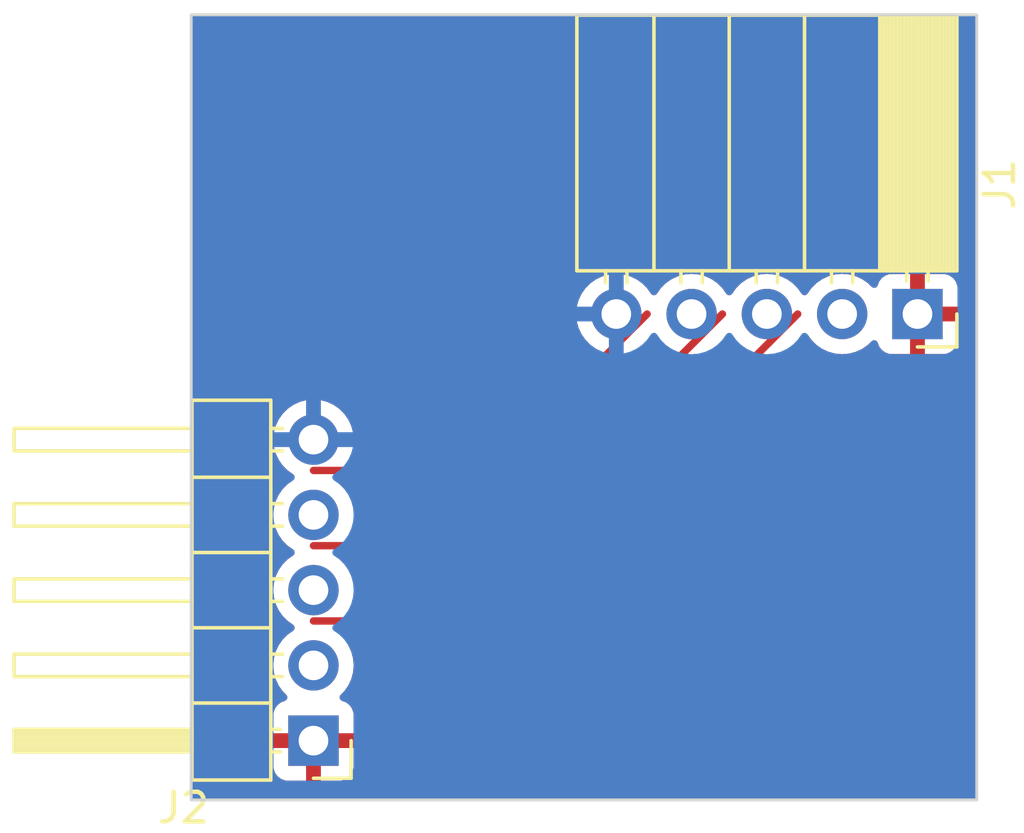
<source format=kicad_pcb>
(kicad_pcb (version 20221018) (generator pcbnew)
  (layers (0 "F.Cu" signal) (31 "B.Cu" signal) (34 "B.Paste" user) (35 "F.Paste" user) (36 "B.SilkS" user "B.Silkscreen") (37 "F.SilkS" user "F.Silkscreen") (38 "B.Mask" user) (39 "F.Mask" user) (44 "Edge.Cuts" user))
  (net 0 "")
  (net 1 "/VCC")
  (net 2 "/GND")
  (net 3 "/CLK")
  (net 4 "/SER")
  (net 5 "/OUT")
  (footprint "Connector_PinSocket_2.54mm:PinSocket_1x05_P2.54mm_Horizontal" (layer "F.Cu") (at 49.5 35.1 -90)
    (fp_text reference "J1" (at -4.38 -2.77 90) (layer "F.SilkS"))
    (fp_text value "Conn_01x05")
    (fp_line (start -10.09 -1.33) (end -10.09 11.49) (stroke (width 0.12)) (layer "F.SilkS"))
    (fp_line (start -10.09 -1.33) (end -1.46 -1.33) (stroke (width 0.12)) (layer "F.SilkS"))
    (fp_line (start -10.09 -1.21) (end -1.46 -1.21) (stroke (width 0.12)) (layer "F.SilkS"))
    (fp_line (start -10.09 -1.091905) (end -1.46 -1.091905) (stroke (width 0.12)) (layer "F.SilkS"))
    (fp_line (start -10.09 -0.97381) (end -1.46 -0.97381) (stroke (width 0.12)) (layer "F.SilkS"))
    (fp_line (start -10.09 -0.855715) (end -1.46 -0.855715) (stroke (width 0.12)) (layer "F.SilkS"))
    (fp_line (start -10.09 -0.73762) (end -1.46 -0.73762) (stroke (width 0.12)) (layer "F.SilkS"))
    (fp_line (start -10.09 -0.619525) (end -1.46 -0.619525) (stroke (width 0.12)) (layer "F.SilkS"))
    (fp_line (start -10.09 -0.50143) (end -1.46 -0.50143) (stroke (width 0.12)) (layer "F.SilkS"))
    (fp_line (start -10.09 -0.383335) (end -1.46 -0.383335) (stroke (width 0.12)) (layer "F.SilkS"))
    (fp_line (start -10.09 -0.26524) (end -1.46 -0.26524) (stroke (width 0.12)) (layer "F.SilkS"))
    (fp_line (start -10.09 -0.147145) (end -1.46 -0.147145) (stroke (width 0.12)) (layer "F.SilkS"))
    (fp_line (start -10.09 -0.02905) (end -1.46 -0.02905) (stroke (width 0.12)) (layer "F.SilkS"))
    (fp_line (start -10.09 0.089045) (end -1.46 0.089045) (stroke (width 0.12)) (layer "F.SilkS"))
    (fp_line (start -10.09 0.20714) (end -1.46 0.20714) (stroke (width 0.12)) (layer "F.SilkS"))
    (fp_line (start -10.09 0.325235) (end -1.46 0.325235) (stroke (width 0.12)) (layer "F.SilkS"))
    (fp_line (start -10.09 0.44333) (end -1.46 0.44333) (stroke (width 0.12)) (layer "F.SilkS"))
    (fp_line (start -10.09 0.561425) (end -1.46 0.561425) (stroke (width 0.12)) (layer "F.SilkS"))
    (fp_line (start -10.09 0.67952) (end -1.46 0.67952) (stroke (width 0.12)) (layer "F.SilkS"))
    (fp_line (start -10.09 0.797615) (end -1.46 0.797615) (stroke (width 0.12)) (layer "F.SilkS"))
    (fp_line (start -10.09 0.91571) (end -1.46 0.91571) (stroke (width 0.12)) (layer "F.SilkS"))
    (fp_line (start -10.09 1.033805) (end -1.46 1.033805) (stroke (width 0.12)) (layer "F.SilkS"))
    (fp_line (start -10.09 1.1519) (end -1.46 1.1519) (stroke (width 0.12)) (layer "F.SilkS"))
    (fp_line (start -10.09 1.27) (end -1.46 1.27) (stroke (width 0.12)) (layer "F.SilkS"))
    (fp_line (start -10.09 3.81) (end -1.46 3.81) (stroke (width 0.12)) (layer "F.SilkS"))
    (fp_line (start -10.09 6.35) (end -1.46 6.35) (stroke (width 0.12)) (layer "F.SilkS"))
    (fp_line (start -10.09 8.89) (end -1.46 8.89) (stroke (width 0.12)) (layer "F.SilkS"))
    (fp_line (start -10.09 11.49) (end -1.46 11.49) (stroke (width 0.12)) (layer "F.SilkS"))
    (fp_line (start -1.46 -1.33) (end -1.46 11.49) (stroke (width 0.12)) (layer "F.SilkS"))
    (fp_line (start -1.46 -0.36) (end -1.11 -0.36) (stroke (width 0.12)) (layer "F.SilkS"))
    (fp_line (start -1.46 0.36) (end -1.11 0.36) (stroke (width 0.12)) (layer "F.SilkS"))
    (fp_line (start -1.46 2.18) (end -1.05 2.18) (stroke (width 0.12)) (layer "F.SilkS"))
    (fp_line (start -1.46 2.9) (end -1.05 2.9) (stroke (width 0.12)) (layer "F.SilkS"))
    (fp_line (start -1.46 4.72) (end -1.05 4.72) (stroke (width 0.12)) (layer "F.SilkS"))
    (fp_line (start -1.46 5.44) (end -1.05 5.44) (stroke (width 0.12)) (layer "F.SilkS"))
    (fp_line (start -1.46 7.26) (end -1.05 7.26) (stroke (width 0.12)) (layer "F.SilkS"))
    (fp_line (start -1.46 7.98) (end -1.05 7.98) (stroke (width 0.12)) (layer "F.SilkS"))
    (fp_line (start -1.46 9.8) (end -1.05 9.8) (stroke (width 0.12)) (layer "F.SilkS"))
    (fp_line (start -1.46 10.52) (end -1.05 10.52) (stroke (width 0.12)) (layer "F.SilkS"))
    (fp_line (start 0 -1.33) (end 1.11 -1.33) (stroke (width 0.12)) (layer "F.SilkS"))
    (fp_line (start 1.11 -1.33) (end 1.11 0) (stroke (width 0.12)) (layer "F.SilkS"))
    (pad "1" thru_hole rect (at 0 0 270) (size 1.7 1.7) (drill 1) (layers "*.Cu" "*.Mask") (net 5 "/OUT"))
    (pad "2" thru_hole oval (at 0 2.54 270) (size 1.7 1.7) (drill 1) (layers "*.Cu" "*.Mask") (net 4 "/SER"))
    (pad "3" thru_hole oval (at 0 5.08 270) (size 1.7 1.7) (drill 1) (layers "*.Cu" "*.Mask") (net 3 "/CLK"))
    (pad "4" thru_hole oval (at 0 7.62 270) (size 1.7 1.7) (drill 1) (layers "*.Cu" "*.Mask") (net 2 "/GND"))
    (pad "5" thru_hole oval (at 0 10.16 270) (size 1.7 1.7) (drill 1) (layers "*.Cu" "*.Mask") (net 1 "/VCC"))
  )
  (footprint "Connector_PinHeader_2.54mm:PinHeader_1x05_P2.54mm_Horizontal" (layer "F.Cu") (at 29.125 49.5 180)
    (fp_text reference "J2" (at 4.385 -2.27) (layer "F.SilkS"))
    (fp_text value "Conn_01x05")
    (fp_line (start -1.27 -1.27) (end 0 -1.27) (stroke (width 0.12)) (layer "F.SilkS"))
    (fp_line (start -1.27 0) (end -1.27 -1.27) (stroke (width 0.12)) (layer "F.SilkS"))
    (fp_line (start 1.042929 2.16) (end 1.44 2.16) (stroke (width 0.12)) (layer "F.SilkS"))
    (fp_line (start 1.042929 2.92) (end 1.44 2.92) (stroke (width 0.12)) (layer "F.SilkS"))
    (fp_line (start 1.042929 4.7) (end 1.44 4.7) (stroke (width 0.12)) (layer "F.SilkS"))
    (fp_line (start 1.042929 5.46) (end 1.44 5.46) (stroke (width 0.12)) (layer "F.SilkS"))
    (fp_line (start 1.042929 7.24) (end 1.44 7.24) (stroke (width 0.12)) (layer "F.SilkS"))
    (fp_line (start 1.042929 8) (end 1.44 8) (stroke (width 0.12)) (layer "F.SilkS"))
    (fp_line (start 1.042929 9.78) (end 1.44 9.78) (stroke (width 0.12)) (layer "F.SilkS"))
    (fp_line (start 1.042929 10.54) (end 1.44 10.54) (stroke (width 0.12)) (layer "F.SilkS"))
    (fp_line (start 1.11 -0.38) (end 1.44 -0.38) (stroke (width 0.12)) (layer "F.SilkS"))
    (fp_line (start 1.11 0.38) (end 1.44 0.38) (stroke (width 0.12)) (layer "F.SilkS"))
    (fp_line (start 1.44 -1.33) (end 1.44 11.49) (stroke (width 0.12)) (layer "F.SilkS"))
    (fp_line (start 1.44 1.27) (end 4.1 1.27) (stroke (width 0.12)) (layer "F.SilkS"))
    (fp_line (start 1.44 3.81) (end 4.1 3.81) (stroke (width 0.12)) (layer "F.SilkS"))
    (fp_line (start 1.44 6.35) (end 4.1 6.35) (stroke (width 0.12)) (layer "F.SilkS"))
    (fp_line (start 1.44 8.89) (end 4.1 8.89) (stroke (width 0.12)) (layer "F.SilkS"))
    (fp_line (start 1.44 11.49) (end 4.1 11.49) (stroke (width 0.12)) (layer "F.SilkS"))
    (fp_line (start 4.1 -1.33) (end 1.44 -1.33) (stroke (width 0.12)) (layer "F.SilkS"))
    (fp_line (start 4.1 -0.38) (end 10.1 -0.38) (stroke (width 0.12)) (layer "F.SilkS"))
    (fp_line (start 4.1 -0.32) (end 10.1 -0.32) (stroke (width 0.12)) (layer "F.SilkS"))
    (fp_line (start 4.1 -0.2) (end 10.1 -0.2) (stroke (width 0.12)) (layer "F.SilkS"))
    (fp_line (start 4.1 -0.08) (end 10.1 -0.08) (stroke (width 0.12)) (layer "F.SilkS"))
    (fp_line (start 4.1 0.04) (end 10.1 0.04) (stroke (width 0.12)) (layer "F.SilkS"))
    (fp_line (start 4.1 0.16) (end 10.1 0.16) (stroke (width 0.12)) (layer "F.SilkS"))
    (fp_line (start 4.1 0.28) (end 10.1 0.28) (stroke (width 0.12)) (layer "F.SilkS"))
    (fp_line (start 4.1 2.16) (end 10.1 2.16) (stroke (width 0.12)) (layer "F.SilkS"))
    (fp_line (start 4.1 4.7) (end 10.1 4.7) (stroke (width 0.12)) (layer "F.SilkS"))
    (fp_line (start 4.1 7.24) (end 10.1 7.24) (stroke (width 0.12)) (layer "F.SilkS"))
    (fp_line (start 4.1 9.78) (end 10.1 9.78) (stroke (width 0.12)) (layer "F.SilkS"))
    (fp_line (start 4.1 11.49) (end 4.1 -1.33) (stroke (width 0.12)) (layer "F.SilkS"))
    (fp_line (start 10.1 -0.38) (end 10.1 0.38) (stroke (width 0.12)) (layer "F.SilkS"))
    (fp_line (start 10.1 0.38) (end 4.1 0.38) (stroke (width 0.12)) (layer "F.SilkS"))
    (fp_line (start 10.1 2.16) (end 10.1 2.92) (stroke (width 0.12)) (layer "F.SilkS"))
    (fp_line (start 10.1 2.92) (end 4.1 2.92) (stroke (width 0.12)) (layer "F.SilkS"))
    (fp_line (start 10.1 4.7) (end 10.1 5.46) (stroke (width 0.12)) (layer "F.SilkS"))
    (fp_line (start 10.1 5.46) (end 4.1 5.46) (stroke (width 0.12)) (layer "F.SilkS"))
    (fp_line (start 10.1 7.24) (end 10.1 8) (stroke (width 0.12)) (layer "F.SilkS"))
    (fp_line (start 10.1 8) (end 4.1 8) (stroke (width 0.12)) (layer "F.SilkS"))
    (fp_line (start 10.1 9.78) (end 10.1 10.54) (stroke (width 0.12)) (layer "F.SilkS"))
    (fp_line (start 10.1 10.54) (end 4.1 10.54) (stroke (width 0.12)) (layer "F.SilkS"))
    (pad "1" thru_hole rect (at 0 0 180) (size 1.7 1.7) (drill 1) (layers "*.Cu" "*.Mask") (net 5 "/OUT"))
    (pad "2" thru_hole oval (at 0 2.54 180) (size 1.7 1.7) (drill 1) (layers "*.Cu" "*.Mask") (net 4 "/SER"))
    (pad "3" thru_hole oval (at 0 5.08 180) (size 1.7 1.7) (drill 1) (layers "*.Cu" "*.Mask") (net 3 "/CLK"))
    (pad "4" thru_hole oval (at 0 7.62 180) (size 1.7 1.7) (drill 1) (layers "*.Cu" "*.Mask") (net 2 "/GND"))
    (pad "5" thru_hole oval (at 0 10.16 180) (size 1.7 1.7) (drill 1) (layers "*.Cu" "*.Mask") (net 1 "/VCC"))
  )
  (gr_rect (start 25 25) (end 51.5 51.5) (stroke (width 0.1)) (fill none) (layer "Edge.Cuts"))
  (segment (start 40.38 35.1) (end 35.1 40.38) (width 0.25) (layer "F.Cu") (net 1))
  (segment (start 35.1 40.38) (end 29.125 40.38) (width 0.25) (layer "F.Cu") (net 1))
  (segment (start 42.92 35.1) (end 35.1 42.92) (width 0.25) (layer "F.Cu") (net 2))
  (segment (start 35.1 42.92) (end 29.125 42.92) (width 0.25) (layer "F.Cu") (net 2))
  (segment (start 45.46 35.1) (end 35.1 45.46) (width 0.25) (layer "F.Cu") (net 3))
  (segment (start 35.1 45.46) (end 29.125 45.46) (width 0.25) (layer "F.Cu") (net 3))
  (zone (net 5) (net_name "/OUT") (layer "F.Cu") (connect_pads (clearance 0.5)) (min_thickness 0.25) (fill yes (thermal_gap 0.5) (thermal_bridge_width 0.5))
    (polygon (pts (xy 24.75 24.75) (xy 51.75 24.5) (xy 51.75 51.5) (xy 24.75 51.75)))
  )
  (zone (net 1) (net_name "/VCC") (layer "B.Cu") (priority 1) (connect_pads (clearance 0.5)) (min_thickness 0.25) (fill yes (thermal_gap 0.5) (thermal_bridge_width 0.5))
    (polygon (pts (xy 24.75 24.75) (xy 51.75 24.75) (xy 51.75 51.75) (xy 24.75 51.75)))
  )
)
</source>
